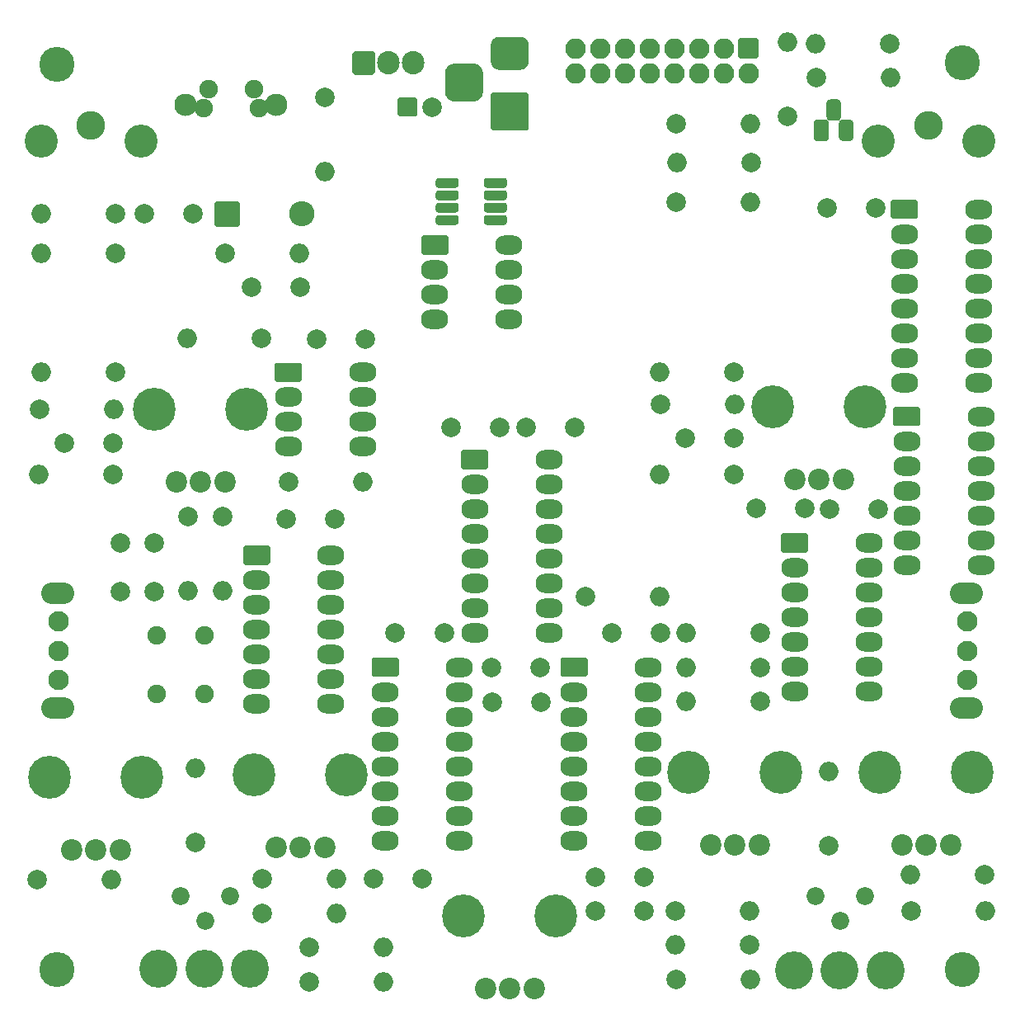
<source format=gbr>
G04 #@! TF.GenerationSoftware,KiCad,Pcbnew,5.1.10*
G04 #@! TF.CreationDate,2021-10-22T11:34:36+13:00*
G04 #@! TF.ProjectId,two_point_one_colorizer,74776f5f-706f-4696-9e74-5f6f6e655f63,rev?*
G04 #@! TF.SameCoordinates,Original*
G04 #@! TF.FileFunction,Soldermask,Top*
G04 #@! TF.FilePolarity,Negative*
%FSLAX46Y46*%
G04 Gerber Fmt 4.6, Leading zero omitted, Abs format (unit mm)*
G04 Created by KiCad (PCBNEW 5.1.10) date 2021-10-22 11:34:36*
%MOMM*%
%LPD*%
G01*
G04 APERTURE LIST*
%ADD10C,3.600000*%
%ADD11C,2.000000*%
%ADD12O,2.600000X2.600000*%
%ADD13C,3.400000*%
%ADD14C,2.950000*%
%ADD15C,2.300000*%
%ADD16C,1.900000*%
%ADD17O,2.100000X2.100000*%
%ADD18O,2.000000X2.000000*%
%ADD19C,2.200000*%
%ADD20C,4.400000*%
%ADD21C,1.840000*%
%ADD22O,3.400000X2.200000*%
%ADD23C,2.100000*%
%ADD24C,3.900000*%
%ADD25O,2.800000X2.000000*%
%ADD26O,2.305000X2.400000*%
G04 APERTURE END LIST*
D10*
X201500000Y-38500000D03*
X201500000Y-131500000D03*
X108500000Y-131500000D03*
X108500000Y-38608000D03*
D11*
X115000000Y-87750000D03*
X115000000Y-92750000D03*
X122500000Y-54000000D03*
X117500000Y-54000000D03*
X118500000Y-92750000D03*
X118500000Y-87750000D03*
G36*
G01*
X143500000Y-43800000D02*
X143500000Y-42200000D01*
G75*
G02*
X143700000Y-42000000I200000J0D01*
G01*
X145300000Y-42000000D01*
G75*
G02*
X145500000Y-42200000I0J-200000D01*
G01*
X145500000Y-43800000D01*
G75*
G02*
X145300000Y-44000000I-200000J0D01*
G01*
X143700000Y-44000000D01*
G75*
G02*
X143500000Y-43800000I0J200000D01*
G01*
G37*
X147000000Y-43000000D03*
X192850000Y-84250000D03*
X187850000Y-84250000D03*
X153200000Y-104050000D03*
X158200000Y-104050000D03*
X180300000Y-84200000D03*
X185300000Y-84200000D03*
X161650000Y-75900000D03*
X156650000Y-75900000D03*
X132050000Y-85300000D03*
X137050000Y-85300000D03*
X158150000Y-100500000D03*
X153150000Y-100500000D03*
X140200000Y-66850000D03*
X135200000Y-66850000D03*
X192600000Y-53400000D03*
X187600000Y-53400000D03*
X133500000Y-61500000D03*
X128500000Y-61500000D03*
X154000000Y-75850000D03*
X149000000Y-75850000D03*
X163750000Y-125500000D03*
X168750000Y-125500000D03*
X178000000Y-77000000D03*
X173000000Y-77000000D03*
X114250000Y-77500000D03*
X109250000Y-77500000D03*
X165500000Y-97000000D03*
X170500000Y-97000000D03*
X143250000Y-97000000D03*
X148250000Y-97000000D03*
X163750000Y-122000000D03*
X168750000Y-122000000D03*
X146000000Y-122200000D03*
X141000000Y-122200000D03*
G36*
G01*
X124700000Y-55100000D02*
X124700000Y-52900000D01*
G75*
G02*
X124900000Y-52700000I200000J0D01*
G01*
X127100000Y-52700000D01*
G75*
G02*
X127300000Y-52900000I0J-200000D01*
G01*
X127300000Y-55100000D01*
G75*
G02*
X127100000Y-55300000I-200000J0D01*
G01*
X124900000Y-55300000D01*
G75*
G02*
X124700000Y-55100000I0J200000D01*
G01*
G37*
D12*
X133620000Y-54000000D03*
G36*
G01*
X153250000Y-41550000D02*
X156750000Y-41550000D01*
G75*
G02*
X156950000Y-41750000I0J-200000D01*
G01*
X156950000Y-45250000D01*
G75*
G02*
X156750000Y-45450000I-200000J0D01*
G01*
X153250000Y-45450000D01*
G75*
G02*
X153050000Y-45250000I0J200000D01*
G01*
X153050000Y-41750000D01*
G75*
G02*
X153250000Y-41550000I200000J0D01*
G01*
G37*
G36*
G01*
X153900000Y-35800000D02*
X156100000Y-35800000D01*
G75*
G02*
X156950000Y-36650000I0J-850000D01*
G01*
X156950000Y-38350000D01*
G75*
G02*
X156100000Y-39200000I-850000J0D01*
G01*
X153900000Y-39200000D01*
G75*
G02*
X153050000Y-38350000I0J850000D01*
G01*
X153050000Y-36650000D01*
G75*
G02*
X153900000Y-35800000I850000J0D01*
G01*
G37*
G36*
G01*
X149325000Y-38550000D02*
X151275000Y-38550000D01*
G75*
G02*
X152250000Y-39525000I0J-975000D01*
G01*
X152250000Y-41475000D01*
G75*
G02*
X151275000Y-42450000I-975000J0D01*
G01*
X149325000Y-42450000D01*
G75*
G02*
X148350000Y-41475000I0J975000D01*
G01*
X148350000Y-39525000D01*
G75*
G02*
X149325000Y-38550000I975000J0D01*
G01*
G37*
D13*
X106850000Y-46500000D03*
X117150000Y-46500000D03*
D14*
X112000000Y-44900000D03*
D15*
X121700000Y-42750000D03*
X131050000Y-42750000D03*
D16*
X124050000Y-41200000D03*
X128700000Y-41200000D03*
X123550000Y-43150000D03*
X129200000Y-43150000D03*
G36*
G01*
X178650000Y-35950000D02*
X180350000Y-35950000D01*
G75*
G02*
X180550000Y-36150000I0J-200000D01*
G01*
X180550000Y-37850000D01*
G75*
G02*
X180350000Y-38050000I-200000J0D01*
G01*
X178650000Y-38050000D01*
G75*
G02*
X178450000Y-37850000I0J200000D01*
G01*
X178450000Y-36150000D01*
G75*
G02*
X178650000Y-35950000I200000J0D01*
G01*
G37*
D17*
X179500000Y-39540000D03*
X176960000Y-37000000D03*
X176960000Y-39540000D03*
X174420000Y-37000000D03*
X174420000Y-39540000D03*
X171880000Y-37000000D03*
X171880000Y-39540000D03*
X169340000Y-37000000D03*
X169340000Y-39540000D03*
X166800000Y-37000000D03*
X166800000Y-39540000D03*
X164260000Y-37000000D03*
X164260000Y-39540000D03*
X161720000Y-37000000D03*
X161720000Y-39540000D03*
D14*
X198000000Y-44900000D03*
D13*
X203150000Y-46500000D03*
X192850000Y-46500000D03*
G36*
G01*
X187520000Y-44055000D02*
X187520000Y-42605000D01*
G75*
G02*
X187895000Y-42230000I375000J0D01*
G01*
X188645000Y-42230000D01*
G75*
G02*
X189020000Y-42605000I0J-375000D01*
G01*
X189020000Y-44055000D01*
G75*
G02*
X188645000Y-44430000I-375000J0D01*
G01*
X187895000Y-44430000D01*
G75*
G02*
X187520000Y-44055000I0J375000D01*
G01*
G37*
G36*
G01*
X188790000Y-46125000D02*
X188790000Y-44675000D01*
G75*
G02*
X189165000Y-44300000I375000J0D01*
G01*
X189915000Y-44300000D01*
G75*
G02*
X190290000Y-44675000I0J-375000D01*
G01*
X190290000Y-46125000D01*
G75*
G02*
X189915000Y-46500000I-375000J0D01*
G01*
X189165000Y-46500000D01*
G75*
G02*
X188790000Y-46125000I0J375000D01*
G01*
G37*
G36*
G01*
X186250000Y-46300000D02*
X186250000Y-44500000D01*
G75*
G02*
X186450000Y-44300000I200000J0D01*
G01*
X187550000Y-44300000D01*
G75*
G02*
X187750000Y-44500000I0J-200000D01*
G01*
X187750000Y-46300000D01*
G75*
G02*
X187550000Y-46500000I-200000J0D01*
G01*
X186450000Y-46500000D01*
G75*
G02*
X186250000Y-46300000I0J200000D01*
G01*
G37*
D11*
X114500000Y-54000000D03*
D18*
X106880000Y-54000000D03*
X125500000Y-92620000D03*
D11*
X125500000Y-85000000D03*
X122000000Y-85000000D03*
D18*
X122000000Y-92620000D03*
X106880000Y-58000000D03*
D11*
X114500000Y-58000000D03*
X136000000Y-42000000D03*
D18*
X136000000Y-49620000D03*
X183500000Y-36380000D03*
D11*
X183500000Y-44000000D03*
X186500000Y-40000000D03*
D18*
X194120000Y-40000000D03*
X186380000Y-36500000D03*
D11*
X194000000Y-36500000D03*
X125750000Y-58000000D03*
D18*
X133370000Y-58000000D03*
X179670000Y-44700000D03*
D11*
X172050000Y-44700000D03*
X179750000Y-48750000D03*
D18*
X172130000Y-48750000D03*
X179720000Y-52800000D03*
D11*
X172100000Y-52800000D03*
D18*
X179670000Y-132550000D03*
D11*
X172050000Y-132550000D03*
X172000000Y-125500000D03*
D18*
X179620000Y-125500000D03*
D11*
X162750000Y-93250000D03*
D18*
X170370000Y-93250000D03*
D11*
X179650000Y-128950000D03*
D18*
X172030000Y-128950000D03*
D11*
X178000000Y-70250000D03*
D18*
X170380000Y-70250000D03*
X106880000Y-70250000D03*
D11*
X114500000Y-70250000D03*
D18*
X178120000Y-73500000D03*
D11*
X170500000Y-73500000D03*
D18*
X114370000Y-74000000D03*
D11*
X106750000Y-74000000D03*
X178000000Y-80750000D03*
D18*
X170380000Y-80750000D03*
D11*
X114250000Y-80750000D03*
D18*
X106630000Y-80750000D03*
X139870000Y-81500000D03*
D11*
X132250000Y-81500000D03*
D18*
X121880000Y-66750000D03*
D11*
X129500000Y-66750000D03*
D18*
X187750000Y-111180000D03*
D11*
X187750000Y-118800000D03*
X122700000Y-118450000D03*
D18*
X122700000Y-110830000D03*
D11*
X180750000Y-104000000D03*
D18*
X173130000Y-104000000D03*
X114120000Y-122250000D03*
D11*
X106500000Y-122250000D03*
D18*
X196130000Y-121750000D03*
D11*
X203750000Y-121750000D03*
X129600000Y-122200000D03*
D18*
X137220000Y-122200000D03*
X173130000Y-100500000D03*
D11*
X180750000Y-100500000D03*
X129600000Y-125750000D03*
D18*
X137220000Y-125750000D03*
D11*
X196250000Y-125500000D03*
D18*
X203870000Y-125500000D03*
X173130000Y-97000000D03*
D11*
X180750000Y-97000000D03*
D18*
X142020000Y-132750000D03*
D11*
X134400000Y-132750000D03*
X134400000Y-129250000D03*
D18*
X142020000Y-129250000D03*
D19*
X152500000Y-133500000D03*
X155000000Y-133500000D03*
X157500000Y-133500000D03*
D20*
X150250000Y-126000000D03*
X159750000Y-126000000D03*
D19*
X184250000Y-81250000D03*
X186750000Y-81250000D03*
X189250000Y-81250000D03*
D20*
X182000000Y-73750000D03*
X191500000Y-73750000D03*
X128000000Y-74000000D03*
X118500000Y-74000000D03*
D19*
X125750000Y-81500000D03*
X123250000Y-81500000D03*
X120750000Y-81500000D03*
X175600000Y-118750000D03*
X178100000Y-118750000D03*
X180600000Y-118750000D03*
D20*
X173350000Y-111250000D03*
X182850000Y-111250000D03*
X117250000Y-111750000D03*
X107750000Y-111750000D03*
D19*
X115000000Y-119250000D03*
X112500000Y-119250000D03*
X110000000Y-119250000D03*
D20*
X202500000Y-111250000D03*
X193000000Y-111250000D03*
D19*
X200250000Y-118750000D03*
X197750000Y-118750000D03*
X195250000Y-118750000D03*
X131000000Y-119000000D03*
X133500000Y-119000000D03*
X136000000Y-119000000D03*
D20*
X128750000Y-111500000D03*
X138250000Y-111500000D03*
D21*
X191480000Y-124000000D03*
X188940000Y-126540000D03*
X186400000Y-124000000D03*
X121200000Y-124000000D03*
X123740000Y-126540000D03*
X126280000Y-124000000D03*
D22*
X108600000Y-92900000D03*
X108600000Y-104700000D03*
D23*
X108650000Y-101800000D03*
X108650000Y-98800000D03*
X108650000Y-95800000D03*
X201950000Y-95800000D03*
X201950000Y-98800000D03*
X201950000Y-101800000D03*
D22*
X201900000Y-104700000D03*
X201900000Y-92900000D03*
D24*
X193550000Y-131600000D03*
X188850000Y-131600000D03*
X184150000Y-131600000D03*
X118950000Y-131400000D03*
X123650000Y-131400000D03*
X128350000Y-131400000D03*
G36*
G01*
X127600000Y-89800000D02*
X127600000Y-88200000D01*
G75*
G02*
X127800000Y-88000000I200000J0D01*
G01*
X130200000Y-88000000D01*
G75*
G02*
X130400000Y-88200000I0J-200000D01*
G01*
X130400000Y-89800000D01*
G75*
G02*
X130200000Y-90000000I-200000J0D01*
G01*
X127800000Y-90000000D01*
G75*
G02*
X127600000Y-89800000I0J200000D01*
G01*
G37*
D25*
X136620000Y-104240000D03*
X129000000Y-91540000D03*
X136620000Y-101700000D03*
X129000000Y-94080000D03*
X136620000Y-99160000D03*
X129000000Y-96620000D03*
X136620000Y-96620000D03*
X129000000Y-99160000D03*
X136620000Y-94080000D03*
X129000000Y-101700000D03*
X136620000Y-91540000D03*
X129000000Y-104240000D03*
X136620000Y-89000000D03*
G36*
G01*
X138847500Y-39500000D02*
X138847500Y-37500000D01*
G75*
G02*
X139047500Y-37300000I200000J0D01*
G01*
X140952500Y-37300000D01*
G75*
G02*
X141152500Y-37500000I0J-200000D01*
G01*
X141152500Y-39500000D01*
G75*
G02*
X140952500Y-39700000I-200000J0D01*
G01*
X139047500Y-39700000D01*
G75*
G02*
X138847500Y-39500000I0J200000D01*
G01*
G37*
D26*
X142540000Y-38500000D03*
X145080000Y-38500000D03*
D25*
X203120000Y-53500000D03*
X195500000Y-71280000D03*
X203120000Y-56040000D03*
X195500000Y-68740000D03*
X203120000Y-58580000D03*
X195500000Y-66200000D03*
X203120000Y-61120000D03*
X195500000Y-63660000D03*
X203120000Y-63660000D03*
X195500000Y-61120000D03*
X203120000Y-66200000D03*
X195500000Y-58580000D03*
X203120000Y-68740000D03*
X195500000Y-56040000D03*
X203120000Y-71280000D03*
G36*
G01*
X194100000Y-54300000D02*
X194100000Y-52700000D01*
G75*
G02*
X194300000Y-52500000I200000J0D01*
G01*
X196700000Y-52500000D01*
G75*
G02*
X196900000Y-52700000I0J-200000D01*
G01*
X196900000Y-54300000D01*
G75*
G02*
X196700000Y-54500000I-200000J0D01*
G01*
X194300000Y-54500000D01*
G75*
G02*
X194100000Y-54300000I0J200000D01*
G01*
G37*
G36*
G01*
X194350000Y-75550000D02*
X194350000Y-73950000D01*
G75*
G02*
X194550000Y-73750000I200000J0D01*
G01*
X196950000Y-73750000D01*
G75*
G02*
X197150000Y-73950000I0J-200000D01*
G01*
X197150000Y-75550000D01*
G75*
G02*
X196950000Y-75750000I-200000J0D01*
G01*
X194550000Y-75750000D01*
G75*
G02*
X194350000Y-75550000I0J200000D01*
G01*
G37*
X203370000Y-89990000D03*
X195750000Y-77290000D03*
X203370000Y-87450000D03*
X195750000Y-79830000D03*
X203370000Y-84910000D03*
X195750000Y-82370000D03*
X203370000Y-82370000D03*
X195750000Y-84910000D03*
X203370000Y-79830000D03*
X195750000Y-87450000D03*
X203370000Y-77290000D03*
X195750000Y-89990000D03*
X203370000Y-74750000D03*
X159020000Y-79200000D03*
X151400000Y-96980000D03*
X159020000Y-81740000D03*
X151400000Y-94440000D03*
X159020000Y-84280000D03*
X151400000Y-91900000D03*
X159020000Y-86820000D03*
X151400000Y-89360000D03*
X159020000Y-89360000D03*
X151400000Y-86820000D03*
X159020000Y-91900000D03*
X151400000Y-84280000D03*
X159020000Y-94440000D03*
X151400000Y-81740000D03*
X159020000Y-96980000D03*
G36*
G01*
X150000000Y-80000000D02*
X150000000Y-78400000D01*
G75*
G02*
X150200000Y-78200000I200000J0D01*
G01*
X152600000Y-78200000D01*
G75*
G02*
X152800000Y-78400000I0J-200000D01*
G01*
X152800000Y-80000000D01*
G75*
G02*
X152600000Y-80200000I-200000J0D01*
G01*
X150200000Y-80200000D01*
G75*
G02*
X150000000Y-80000000I0J200000D01*
G01*
G37*
G36*
G01*
X149750000Y-54355000D02*
X149750000Y-54855000D01*
G75*
G02*
X149500000Y-55105000I-250000J0D01*
G01*
X147650000Y-55105000D01*
G75*
G02*
X147400000Y-54855000I0J250000D01*
G01*
X147400000Y-54355000D01*
G75*
G02*
X147650000Y-54105000I250000J0D01*
G01*
X149500000Y-54105000D01*
G75*
G02*
X149750000Y-54355000I0J-250000D01*
G01*
G37*
G36*
G01*
X149750000Y-53085000D02*
X149750000Y-53585000D01*
G75*
G02*
X149500000Y-53835000I-250000J0D01*
G01*
X147650000Y-53835000D01*
G75*
G02*
X147400000Y-53585000I0J250000D01*
G01*
X147400000Y-53085000D01*
G75*
G02*
X147650000Y-52835000I250000J0D01*
G01*
X149500000Y-52835000D01*
G75*
G02*
X149750000Y-53085000I0J-250000D01*
G01*
G37*
G36*
G01*
X149750000Y-51815000D02*
X149750000Y-52315000D01*
G75*
G02*
X149500000Y-52565000I-250000J0D01*
G01*
X147650000Y-52565000D01*
G75*
G02*
X147400000Y-52315000I0J250000D01*
G01*
X147400000Y-51815000D01*
G75*
G02*
X147650000Y-51565000I250000J0D01*
G01*
X149500000Y-51565000D01*
G75*
G02*
X149750000Y-51815000I0J-250000D01*
G01*
G37*
G36*
G01*
X149750000Y-50545000D02*
X149750000Y-51045000D01*
G75*
G02*
X149500000Y-51295000I-250000J0D01*
G01*
X147650000Y-51295000D01*
G75*
G02*
X147400000Y-51045000I0J250000D01*
G01*
X147400000Y-50545000D01*
G75*
G02*
X147650000Y-50295000I250000J0D01*
G01*
X149500000Y-50295000D01*
G75*
G02*
X149750000Y-50545000I0J-250000D01*
G01*
G37*
G36*
G01*
X154700000Y-50545000D02*
X154700000Y-51045000D01*
G75*
G02*
X154450000Y-51295000I-250000J0D01*
G01*
X152600000Y-51295000D01*
G75*
G02*
X152350000Y-51045000I0J250000D01*
G01*
X152350000Y-50545000D01*
G75*
G02*
X152600000Y-50295000I250000J0D01*
G01*
X154450000Y-50295000D01*
G75*
G02*
X154700000Y-50545000I0J-250000D01*
G01*
G37*
G36*
G01*
X154700000Y-51815000D02*
X154700000Y-52315000D01*
G75*
G02*
X154450000Y-52565000I-250000J0D01*
G01*
X152600000Y-52565000D01*
G75*
G02*
X152350000Y-52315000I0J250000D01*
G01*
X152350000Y-51815000D01*
G75*
G02*
X152600000Y-51565000I250000J0D01*
G01*
X154450000Y-51565000D01*
G75*
G02*
X154700000Y-51815000I0J-250000D01*
G01*
G37*
G36*
G01*
X154700000Y-53085000D02*
X154700000Y-53585000D01*
G75*
G02*
X154450000Y-53835000I-250000J0D01*
G01*
X152600000Y-53835000D01*
G75*
G02*
X152350000Y-53585000I0J250000D01*
G01*
X152350000Y-53085000D01*
G75*
G02*
X152600000Y-52835000I250000J0D01*
G01*
X154450000Y-52835000D01*
G75*
G02*
X154700000Y-53085000I0J-250000D01*
G01*
G37*
G36*
G01*
X154700000Y-54355000D02*
X154700000Y-54855000D01*
G75*
G02*
X154450000Y-55105000I-250000J0D01*
G01*
X152600000Y-55105000D01*
G75*
G02*
X152350000Y-54855000I0J250000D01*
G01*
X152350000Y-54355000D01*
G75*
G02*
X152600000Y-54105000I250000J0D01*
G01*
X154450000Y-54105000D01*
G75*
G02*
X154700000Y-54355000I0J-250000D01*
G01*
G37*
X154920000Y-57200000D03*
X147300000Y-64820000D03*
X154920000Y-59740000D03*
X147300000Y-62280000D03*
X154920000Y-62280000D03*
X147300000Y-59740000D03*
X154920000Y-64820000D03*
G36*
G01*
X145900000Y-58000000D02*
X145900000Y-56400000D01*
G75*
G02*
X146100000Y-56200000I200000J0D01*
G01*
X148500000Y-56200000D01*
G75*
G02*
X148700000Y-56400000I0J-200000D01*
G01*
X148700000Y-58000000D01*
G75*
G02*
X148500000Y-58200000I-200000J0D01*
G01*
X146100000Y-58200000D01*
G75*
G02*
X145900000Y-58000000I0J200000D01*
G01*
G37*
X191870000Y-87750000D03*
X184250000Y-102990000D03*
X191870000Y-90290000D03*
X184250000Y-100450000D03*
X191870000Y-92830000D03*
X184250000Y-97910000D03*
X191870000Y-95370000D03*
X184250000Y-95370000D03*
X191870000Y-97910000D03*
X184250000Y-92830000D03*
X191870000Y-100450000D03*
X184250000Y-90290000D03*
X191870000Y-102990000D03*
G36*
G01*
X182850000Y-88550000D02*
X182850000Y-86950000D01*
G75*
G02*
X183050000Y-86750000I200000J0D01*
G01*
X185450000Y-86750000D01*
G75*
G02*
X185650000Y-86950000I0J-200000D01*
G01*
X185650000Y-88550000D01*
G75*
G02*
X185450000Y-88750000I-200000J0D01*
G01*
X183050000Y-88750000D01*
G75*
G02*
X182850000Y-88550000I0J200000D01*
G01*
G37*
G36*
G01*
X130850000Y-71050000D02*
X130850000Y-69450000D01*
G75*
G02*
X131050000Y-69250000I200000J0D01*
G01*
X133450000Y-69250000D01*
G75*
G02*
X133650000Y-69450000I0J-200000D01*
G01*
X133650000Y-71050000D01*
G75*
G02*
X133450000Y-71250000I-200000J0D01*
G01*
X131050000Y-71250000D01*
G75*
G02*
X130850000Y-71050000I0J200000D01*
G01*
G37*
X139870000Y-77870000D03*
X132250000Y-72790000D03*
X139870000Y-75330000D03*
X132250000Y-75330000D03*
X139870000Y-72790000D03*
X132250000Y-77870000D03*
X139870000Y-70250000D03*
G36*
G01*
X140800000Y-101300000D02*
X140800000Y-99700000D01*
G75*
G02*
X141000000Y-99500000I200000J0D01*
G01*
X143400000Y-99500000D01*
G75*
G02*
X143600000Y-99700000I0J-200000D01*
G01*
X143600000Y-101300000D01*
G75*
G02*
X143400000Y-101500000I-200000J0D01*
G01*
X141000000Y-101500000D01*
G75*
G02*
X140800000Y-101300000I0J200000D01*
G01*
G37*
X149820000Y-118280000D03*
X142200000Y-103040000D03*
X149820000Y-115740000D03*
X142200000Y-105580000D03*
X149820000Y-113200000D03*
X142200000Y-108120000D03*
X149820000Y-110660000D03*
X142200000Y-110660000D03*
X149820000Y-108120000D03*
X142200000Y-113200000D03*
X149820000Y-105580000D03*
X142200000Y-115740000D03*
X149820000Y-103040000D03*
X142200000Y-118280000D03*
X149820000Y-100500000D03*
G36*
G01*
X160200000Y-101300000D02*
X160200000Y-99700000D01*
G75*
G02*
X160400000Y-99500000I200000J0D01*
G01*
X162800000Y-99500000D01*
G75*
G02*
X163000000Y-99700000I0J-200000D01*
G01*
X163000000Y-101300000D01*
G75*
G02*
X162800000Y-101500000I-200000J0D01*
G01*
X160400000Y-101500000D01*
G75*
G02*
X160200000Y-101300000I0J200000D01*
G01*
G37*
X169220000Y-118280000D03*
X161600000Y-103040000D03*
X169220000Y-115740000D03*
X161600000Y-105580000D03*
X169220000Y-113200000D03*
X161600000Y-108120000D03*
X169220000Y-110660000D03*
X161600000Y-110660000D03*
X169220000Y-108120000D03*
X161600000Y-113200000D03*
X169220000Y-105580000D03*
X161600000Y-115740000D03*
X169220000Y-103040000D03*
X161600000Y-118280000D03*
X169220000Y-100500000D03*
D16*
X123630000Y-97250000D03*
X118750000Y-97250000D03*
X118750000Y-103250000D03*
X123630000Y-103250000D03*
M02*

</source>
